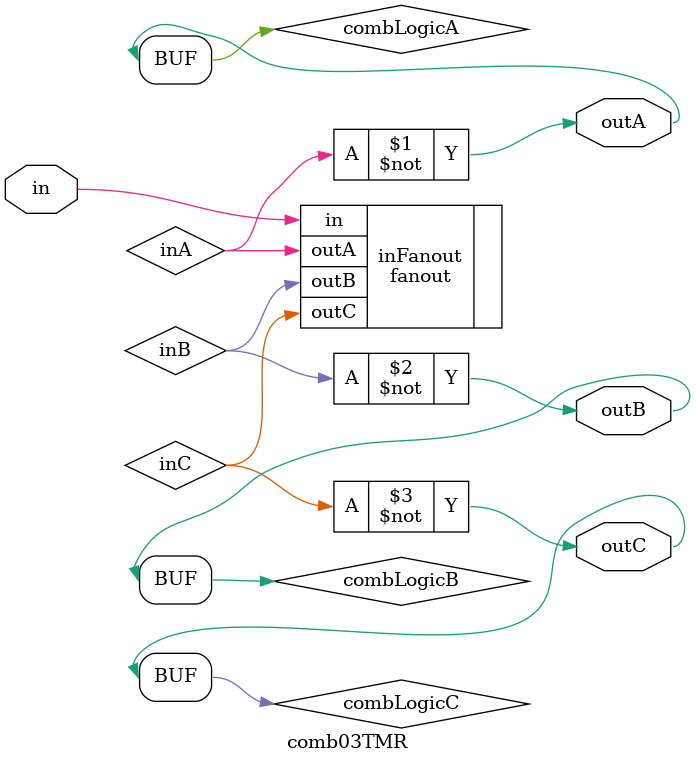
<source format=v>
module comb03TMR(
  in,
  outA,  outB,  outC
);
wire inC, inB, inA;
input in;
output outA, outB, outC;
wire combLogicA, combLogicB, combLogicC;
assign combLogicA =  ~inA;
assign combLogicB =  ~inB;
assign combLogicC =  ~inC;
assign outA =  combLogicA;
assign outB =  combLogicB;
assign outC =  combLogicC;

fanout inFanout (
  .in(in),
  .outA(inA),
  .outB(inB),
  .outC(inC)
);
endmodule

</source>
